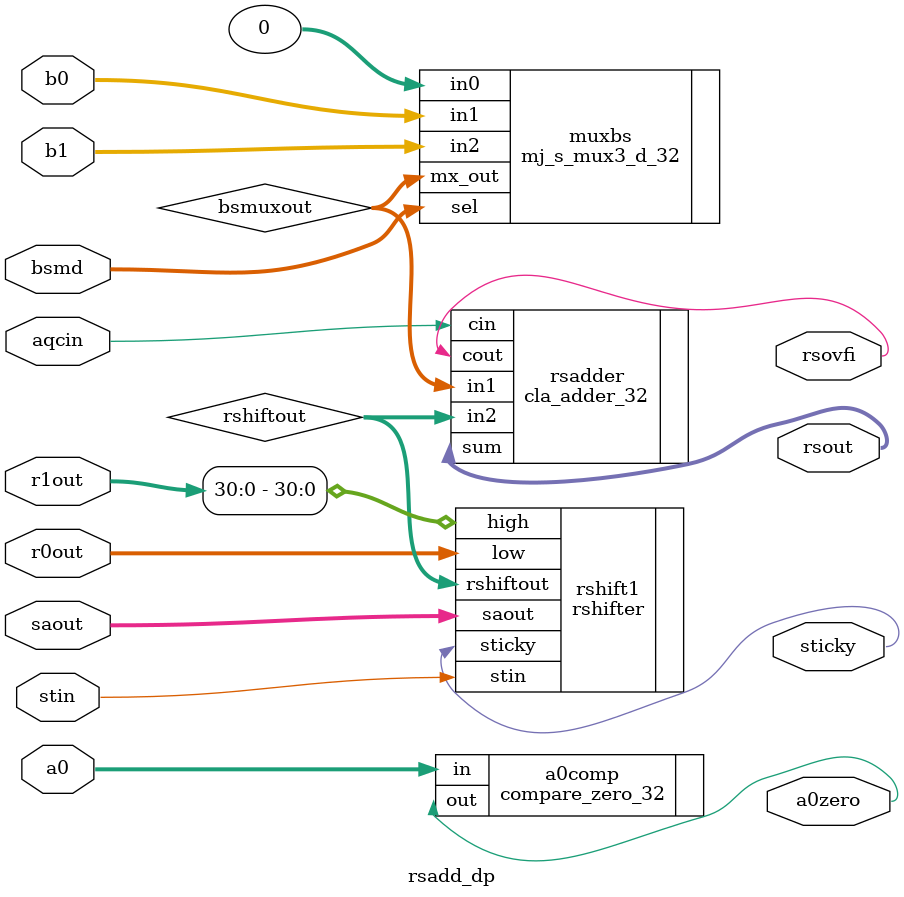
<source format=v>
/****************************************************************
 ---------------------------------------------------------------
     Copyright 1999 Sun Microsystems, Inc., 901 San Antonio
     Road, Palo Alto, CA 94303, U.S.A.  All Rights Reserved.
     The contents of this file are subject to the current
     version of the Sun Community Source License, picoJava-II
     Core ("the License").  You may not use this file except
     in compliance with the License.  You may obtain a copy
     of the License by searching for "Sun Community Source
     License" on the World Wide Web at http://www.sun.com.
     See the License for the rights, obligations, and
     limitations governing use of the contents of this file.

     Sun, Sun Microsystems, the Sun logo, and all Sun-based
     trademarks and logos, Java, picoJava, and all Java-based
     trademarks and logos are trademarks or registered trademarks 
     of Sun Microsystems, Inc. in the United States and other
     countries.
 ----------------------------------------------------------------
******************************************************************/



module rsadd_dp ( 	a0zero, 
			a0, 
//			a1, 
//			r0md, 
//			r1md,
//			a2, 
			r1out,
			r0out,
			stin, 
			sticky, 
			saout, 
			b1, 
                  	b0, 
			bsmd, 
			aqcin, 
			rsout, 
			rsovfi 
			);

input  [31:0] a0;
input  [31:0] r0out, r1out;
//input   [1:0] r0md, r1md;
//input  [31:0] a1;
//input         a2;
input   [4:0] saout;
input  [31:0] b1;
input  [31:0] b0;
input   [1:0] bsmd;
input         stin, aqcin;
output [31:0] rsout;
output        a0zero, sticky, rsovfi;

wire   [31:0] rshiftout, bsmuxout;
//wire   [31:0] r0out, r1out;


/*****************************
mj_s_mux3_d_32 muxr0 ( 	.mx_out(r0out),
			.in2(32'h0),
			.in1(a1), 
			.in0(a0), 
			.sel(r0md) 
			);
mj_s_mux3_d_32 muxr1 ( 	.mx_out(r1out),
			.in2(32'h0),
			.in1({32{a2}}), 
			.in0(a1), 
			.sel(r1md) 
			);
**********************************/

mj_s_mux3_d_32 muxbs ( 	.mx_out(bsmuxout),
			.in2(b1), 
			.in1(b0), 
			.in0(32'h0),
			.sel(bsmd) 
			);




  compare_zero_32 a0comp (	.out(a0zero), 
				.in(a0) 
				);



  rshifter rshift1 ( 	.rshiftout(rshiftout), 
			.high(r1out[30:0]),
			.low(r0out),
			.stin(stin), 
			.sticky(sticky),
			.saout(saout)
			);


  cla_adder_32 rsadder ( .in1(bsmuxout),
			 .in2(rshiftout),
			 .cin(aqcin),
			 .sum(rsout),
			 .cout(rsovfi)
			 );

endmodule


</source>
